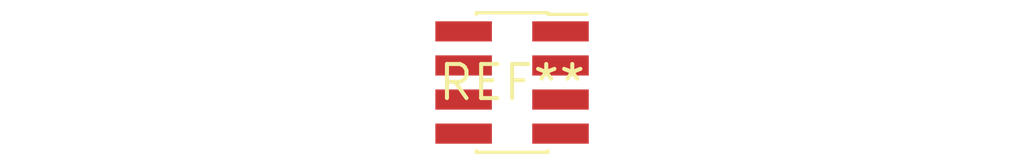
<source format=kicad_pcb>
(kicad_pcb (version 20240108) (generator pcbnew)
  (layers (0 "F.Cu" signal) (31 "B.Cu" signal) (34 "B.Paste" user) (35 "F.Paste" user) (36 "B.SilkS" user "B.Silkscreen") (37 "F.SilkS" user "F.Silkscreen") (38 "B.Mask" user) (39 "F.Mask" user) (44 "Edge.Cuts" user))
  (net 0 "")
  (footprint "PinSocket_2x04_P1.27mm_Vertical_SMD" (layer "F.Cu") (at 0 0)
    (property "Reference" "REF**")
    (property "Value" "PinSocket_2x04_P1.27mm_Vertical_SMD")
    (fp_line (start -1.33 -2.6) (end -1.33 -2.54) (layer "F.SilkS") (stroke (width 0.12)))
    (fp_line (start -1.33 -2.6) (end 1.33 -2.6) (layer "F.SilkS") (stroke (width 0.12)))
    (fp_line (start -1.33 2.54) (end -1.33 2.6) (layer "F.SilkS") (stroke (width 0.12)))
    (fp_line (start -1.33 2.6) (end 1.33 2.6) (layer "F.SilkS") (stroke (width 0.12)))
    (fp_line (start 1.33 -2.6) (end 1.33 -2.54) (layer "F.SilkS") (stroke (width 0.12)))
    (fp_line (start 1.33 -2.54) (end 2.79 -2.54) (layer "F.SilkS") (stroke (width 0.12)))
    (fp_line (start 1.33 2.54) (end 1.33 2.6) (layer "F.SilkS") (stroke (width 0.12)))
    (pad "1" smd rect (at 1.8 -1.905) (size 2.1 0.75) (layers "F.Cu" "F.Paste" "F.Mask"))
    (pad "2" smd rect (at -1.8 -1.905) (size 2.1 0.75) (layers "F.Cu" "F.Paste" "F.Mask"))
    (pad "3" smd rect (at 1.8 -0.635) (size 2.1 0.75) (layers "F.Cu" "F.Paste" "F.Mask"))
    (pad "4" smd rect (at -1.8 -0.635) (size 2.1 0.75) (layers "F.Cu" "F.Paste" "F.Mask"))
    (pad "5" smd rect (at 1.8 0.635) (size 2.1 0.75) (layers "F.Cu" "F.Paste" "F.Mask"))
    (pad "6" smd rect (at -1.8 0.635) (size 2.1 0.75) (layers "F.Cu" "F.Paste" "F.Mask"))
    (pad "7" smd rect (at 1.8 1.905) (size 2.1 0.75) (layers "F.Cu" "F.Paste" "F.Mask"))
    (pad "8" smd rect (at -1.8 1.905) (size 2.1 0.75) (layers "F.Cu" "F.Paste" "F.Mask"))
  )
)
</source>
